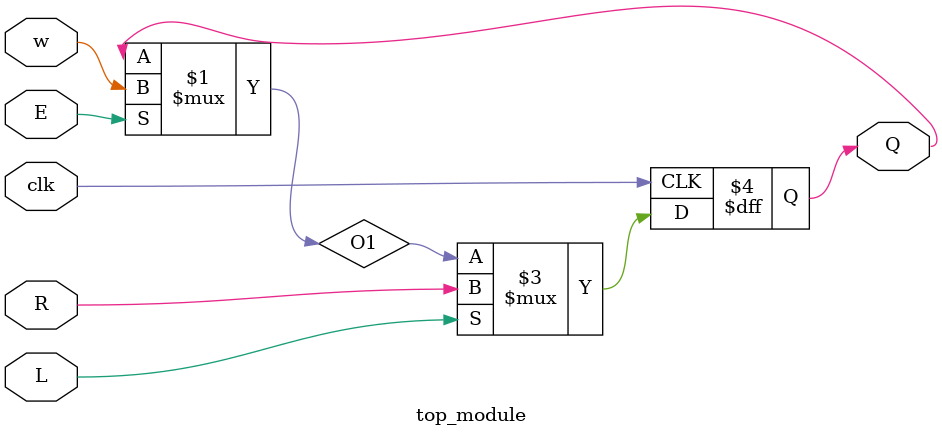
<source format=v>
module top_module (
    input clk,
    input w, R, E, L,
    output Q
);
    wire O1;
    assign O1 = E ? w : Q;
    always@(posedge clk)
        Q <= L ? R : O1 ;
endmodule
</source>
